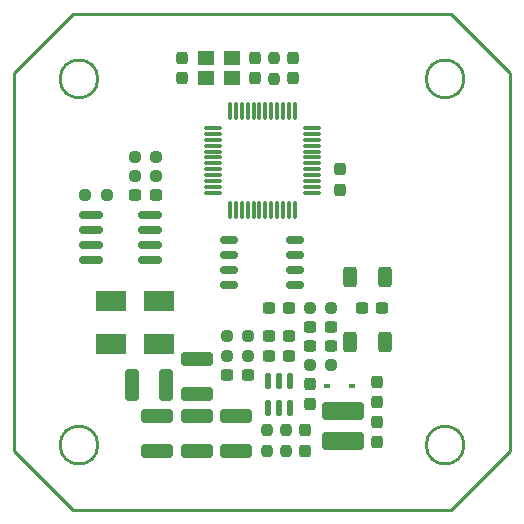
<source format=gbr>
%TF.GenerationSoftware,KiCad,Pcbnew,(6.0.5)*%
%TF.CreationDate,2023-02-02T15:23:46+08:00*%
%TF.ProjectId,Step_Ctrl_V2,53746570-5f43-4747-926c-5f56322e6b69,rev?*%
%TF.SameCoordinates,Original*%
%TF.FileFunction,Soldermask,Bot*%
%TF.FilePolarity,Negative*%
%FSLAX46Y46*%
G04 Gerber Fmt 4.6, Leading zero omitted, Abs format (unit mm)*
G04 Created by KiCad (PCBNEW (6.0.5)) date 2023-02-02 15:23:46*
%MOMM*%
%LPD*%
G01*
G04 APERTURE LIST*
G04 Aperture macros list*
%AMRoundRect*
0 Rectangle with rounded corners*
0 $1 Rounding radius*
0 $2 $3 $4 $5 $6 $7 $8 $9 X,Y pos of 4 corners*
0 Add a 4 corners polygon primitive as box body*
4,1,4,$2,$3,$4,$5,$6,$7,$8,$9,$2,$3,0*
0 Add four circle primitives for the rounded corners*
1,1,$1+$1,$2,$3*
1,1,$1+$1,$4,$5*
1,1,$1+$1,$6,$7*
1,1,$1+$1,$8,$9*
0 Add four rect primitives between the rounded corners*
20,1,$1+$1,$2,$3,$4,$5,0*
20,1,$1+$1,$4,$5,$6,$7,0*
20,1,$1+$1,$6,$7,$8,$9,0*
20,1,$1+$1,$8,$9,$2,$3,0*%
G04 Aperture macros list end*
%TA.AperFunction,Profile*%
%ADD10C,0.250000*%
%TD*%
%ADD11RoundRect,0.137500X0.137500X-0.525000X0.137500X0.525000X-0.137500X0.525000X-0.137500X-0.525000X0*%
%ADD12R,2.500000X1.800000*%
%ADD13R,1.400000X1.200000*%
%ADD14RoundRect,0.150000X0.825000X0.150000X-0.825000X0.150000X-0.825000X-0.150000X0.825000X-0.150000X0*%
%ADD15RoundRect,0.175000X0.575000X0.175000X-0.575000X0.175000X-0.575000X-0.175000X0.575000X-0.175000X0*%
%ADD16RoundRect,0.075000X-0.075000X0.662500X-0.075000X-0.662500X0.075000X-0.662500X0.075000X0.662500X0*%
%ADD17RoundRect,0.075000X-0.662500X0.075000X-0.662500X-0.075000X0.662500X-0.075000X0.662500X0.075000X0*%
%ADD18RoundRect,0.250000X0.312500X0.625000X-0.312500X0.625000X-0.312500X-0.625000X0.312500X-0.625000X0*%
%ADD19RoundRect,0.237500X0.250000X0.237500X-0.250000X0.237500X-0.250000X-0.237500X0.250000X-0.237500X0*%
%ADD20RoundRect,0.237500X-0.250000X-0.237500X0.250000X-0.237500X0.250000X0.237500X-0.250000X0.237500X0*%
%ADD21RoundRect,0.237500X-0.237500X0.250000X-0.237500X-0.250000X0.237500X-0.250000X0.237500X0.250000X0*%
%ADD22RoundRect,0.237500X0.237500X-0.250000X0.237500X0.250000X-0.237500X0.250000X-0.237500X-0.250000X0*%
%ADD23RoundRect,0.400000X-1.400000X0.400000X-1.400000X-0.400000X1.400000X-0.400000X1.400000X0.400000X0*%
%ADD24R,0.600000X0.450000*%
%ADD25RoundRect,0.237500X-0.237500X0.300000X-0.237500X-0.300000X0.237500X-0.300000X0.237500X0.300000X0*%
%ADD26RoundRect,0.237500X0.300000X0.237500X-0.300000X0.237500X-0.300000X-0.237500X0.300000X-0.237500X0*%
%ADD27RoundRect,0.237500X-0.300000X-0.237500X0.300000X-0.237500X0.300000X0.237500X-0.300000X0.237500X0*%
%ADD28RoundRect,0.237500X0.237500X-0.300000X0.237500X0.300000X-0.237500X0.300000X-0.237500X-0.300000X0*%
%ADD29RoundRect,0.250000X-1.100000X0.325000X-1.100000X-0.325000X1.100000X-0.325000X1.100000X0.325000X0*%
%ADD30RoundRect,0.250000X1.100000X-0.325000X1.100000X0.325000X-1.100000X0.325000X-1.100000X-0.325000X0*%
%ADD31RoundRect,0.250000X0.325000X1.100000X-0.325000X1.100000X-0.325000X-1.100000X0.325000X-1.100000X0*%
G04 APERTURE END LIST*
D10*
X146761000Y-114300000D02*
G75*
G03*
X146761000Y-114300000I-1600000J0D01*
G01*
X145661000Y-119800000D02*
X150661000Y-114800000D01*
X113661000Y-119800000D02*
X145661000Y-119800000D01*
X150661000Y-114800000D02*
X150661000Y-82800000D01*
X145661000Y-77800000D02*
X150661000Y-82800000D01*
X115761000Y-83300000D02*
G75*
G03*
X115761000Y-83300000I-1600000J0D01*
G01*
X146761000Y-83300000D02*
G75*
G03*
X146761000Y-83300000I-1600000J0D01*
G01*
X115761000Y-114300000D02*
G75*
G03*
X115761000Y-114300000I-1600000J0D01*
G01*
X145661000Y-77800000D02*
X113661000Y-77800000D01*
X108661000Y-82800000D02*
X108661000Y-114800000D01*
X108661000Y-82800000D02*
X113661000Y-77800000D01*
X113661000Y-119800000D02*
X108661000Y-114800000D01*
D11*
%TO.C,U1*%
X132050000Y-111137500D03*
X131100000Y-111137500D03*
X130150000Y-111137500D03*
X130150000Y-108862500D03*
X131100000Y-108862500D03*
X132050000Y-108862500D03*
%TD*%
D12*
%TO.C,D4*%
X116900000Y-102100000D03*
X120900000Y-102100000D03*
%TD*%
D13*
%TO.C,Y1*%
X124950000Y-83250000D03*
X127150000Y-83250000D03*
X127150000Y-81550000D03*
X124950000Y-81550000D03*
%TD*%
D14*
%TO.C,U4*%
X120175000Y-94795000D03*
X120175000Y-96065000D03*
X120175000Y-97335000D03*
X120175000Y-98605000D03*
X115225000Y-98605000D03*
X115225000Y-97335000D03*
X115225000Y-96065000D03*
X115225000Y-94795000D03*
%TD*%
D15*
%TO.C,U3*%
X132460000Y-96895000D03*
X132460000Y-98165000D03*
X132460000Y-99435000D03*
X132460000Y-100705000D03*
X126860000Y-100705000D03*
X126860000Y-99435000D03*
X126860000Y-98165000D03*
X126860000Y-96895000D03*
%TD*%
D16*
%TO.C,U2*%
X126950000Y-86037500D03*
X127450000Y-86037500D03*
X127950000Y-86037500D03*
X128450000Y-86037500D03*
X128950000Y-86037500D03*
X129450000Y-86037500D03*
X129950000Y-86037500D03*
X130450000Y-86037500D03*
X130950000Y-86037500D03*
X131450000Y-86037500D03*
X131950000Y-86037500D03*
X132450000Y-86037500D03*
D17*
X133862500Y-87450000D03*
X133862500Y-87950000D03*
X133862500Y-88450000D03*
X133862500Y-88950000D03*
X133862500Y-89450000D03*
X133862500Y-89950000D03*
X133862500Y-90450000D03*
X133862500Y-90950000D03*
X133862500Y-91450000D03*
X133862500Y-91950000D03*
X133862500Y-92450000D03*
X133862500Y-92950000D03*
D16*
X132450000Y-94362500D03*
X131950000Y-94362500D03*
X131450000Y-94362500D03*
X130950000Y-94362500D03*
X130450000Y-94362500D03*
X129950000Y-94362500D03*
X129450000Y-94362500D03*
X128950000Y-94362500D03*
X128450000Y-94362500D03*
X127950000Y-94362500D03*
X127450000Y-94362500D03*
X126950000Y-94362500D03*
D17*
X125537500Y-92950000D03*
X125537500Y-92450000D03*
X125537500Y-91950000D03*
X125537500Y-91450000D03*
X125537500Y-90950000D03*
X125537500Y-90450000D03*
X125537500Y-89950000D03*
X125537500Y-89450000D03*
X125537500Y-88950000D03*
X125537500Y-88450000D03*
X125537500Y-87950000D03*
X125537500Y-87450000D03*
%TD*%
D18*
%TO.C,R14*%
X140062500Y-105600000D03*
X137137500Y-105600000D03*
%TD*%
%TO.C,R13*%
X140062500Y-100100000D03*
X137137500Y-100100000D03*
%TD*%
D19*
%TO.C,R12*%
X133687500Y-107500000D03*
X135512500Y-107500000D03*
%TD*%
%TO.C,R11*%
X135512500Y-102700000D03*
X133687500Y-102700000D03*
%TD*%
%TO.C,R9*%
X128512500Y-106800000D03*
X126687500Y-106800000D03*
%TD*%
%TO.C,R8*%
X128512500Y-105100000D03*
X126687500Y-105100000D03*
%TD*%
D20*
%TO.C,R7*%
X114687500Y-93100000D03*
X116512500Y-93100000D03*
%TD*%
D21*
%TO.C,R6*%
X131700000Y-112987500D03*
X131700000Y-114812500D03*
%TD*%
D22*
%TO.C,R5*%
X130100000Y-114812500D03*
X130100000Y-112987500D03*
%TD*%
D21*
%TO.C,R3*%
X130700000Y-83312500D03*
X130700000Y-81487500D03*
%TD*%
D20*
%TO.C,R2*%
X118887500Y-91500000D03*
X120712500Y-91500000D03*
%TD*%
%TO.C,R1*%
X118887500Y-89900000D03*
X120712500Y-89900000D03*
%TD*%
D23*
%TO.C,L1*%
X136500000Y-111450000D03*
X136500000Y-113950000D03*
%TD*%
D24*
%TO.C,D5*%
X135150000Y-109300000D03*
X137250000Y-109300000D03*
%TD*%
D12*
%TO.C,D1*%
X120900000Y-105700000D03*
X116900000Y-105700000D03*
%TD*%
D25*
%TO.C,C25*%
X139400000Y-108937500D03*
X139400000Y-110662500D03*
%TD*%
D26*
%TO.C,C24*%
X139862500Y-102700000D03*
X138137500Y-102700000D03*
%TD*%
%TO.C,C23*%
X131962500Y-102700000D03*
X130237500Y-102700000D03*
%TD*%
%TO.C,C22*%
X135462500Y-105900000D03*
X133737500Y-105900000D03*
%TD*%
%TO.C,C21*%
X135462500Y-104300000D03*
X133737500Y-104300000D03*
%TD*%
D27*
%TO.C,C20*%
X130237500Y-106800000D03*
X131962500Y-106800000D03*
%TD*%
%TO.C,C19*%
X130237500Y-105100000D03*
X131962500Y-105100000D03*
%TD*%
D28*
%TO.C,C17*%
X122900000Y-83262500D03*
X122900000Y-81537500D03*
%TD*%
%TO.C,C14*%
X136300000Y-90937500D03*
X136300000Y-92662500D03*
%TD*%
D27*
%TO.C,C13*%
X120662500Y-93100000D03*
X118937500Y-93100000D03*
%TD*%
D28*
%TO.C,C12*%
X132300000Y-81537500D03*
X132300000Y-83262500D03*
%TD*%
%TO.C,C11*%
X139400000Y-114062500D03*
X139400000Y-112337500D03*
%TD*%
D26*
%TO.C,C10*%
X126737500Y-108400000D03*
X128462500Y-108400000D03*
%TD*%
D29*
%TO.C,C9*%
X127500000Y-111825000D03*
X127500000Y-114775000D03*
%TD*%
D30*
%TO.C,C8*%
X124200000Y-109975000D03*
X124200000Y-107025000D03*
%TD*%
D29*
%TO.C,C7*%
X120800000Y-114775000D03*
X120800000Y-111825000D03*
%TD*%
D25*
%TO.C,C6*%
X133700000Y-109137500D03*
X133700000Y-110862500D03*
%TD*%
%TO.C,C5*%
X133300000Y-113037500D03*
X133300000Y-114762500D03*
%TD*%
D29*
%TO.C,C4*%
X124200000Y-111825000D03*
X124200000Y-114775000D03*
%TD*%
D28*
%TO.C,C3*%
X129100000Y-81537500D03*
X129100000Y-83262500D03*
%TD*%
D31*
%TO.C,C2*%
X121575000Y-109200000D03*
X118625000Y-109200000D03*
%TD*%
M02*

</source>
